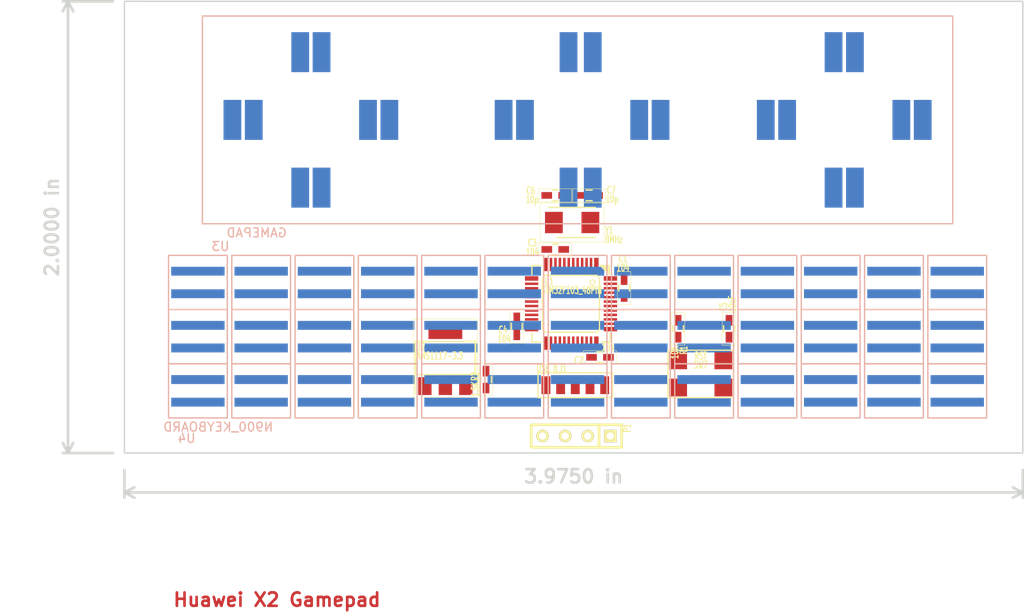
<source format=kicad_pcb>
(kicad_pcb (version 3) (host pcbnew "(22-Jun-2014 BZR 4027)-stable")

  (general
    (links 66)
    (no_connects 66)
    (area 283.388999 238.176999 403.935001 263.727001)
    (thickness 1.6)
    (drawings 9)
    (tracks 0)
    (zones 0)
    (modules 17)
    (nets 39)
  )

  (page A3)
  (layers
    (15 F.Cu signal)
    (0 B.Cu signal)
    (16 B.Adhes user)
    (17 F.Adhes user)
    (18 B.Paste user)
    (19 F.Paste user)
    (20 B.SilkS user)
    (21 F.SilkS user)
    (22 B.Mask user)
    (23 F.Mask user)
    (24 Dwgs.User user)
    (25 Cmts.User user)
    (26 Eco1.User user)
    (27 Eco2.User user)
    (28 Edge.Cuts user)
  )

  (setup
    (last_trace_width 0.18)
    (trace_clearance 0.18)
    (zone_clearance 0.18)
    (zone_45_only no)
    (trace_min 0.18)
    (segment_width 0.2)
    (edge_width 0.15)
    (via_size 0.6)
    (via_drill 0.4)
    (via_min_size 0.6)
    (via_min_drill 0.4)
    (uvia_size 0.6)
    (uvia_drill 0.4)
    (uvias_allowed no)
    (uvia_min_size 0.6)
    (uvia_min_drill 0.4)
    (pcb_text_width 0.3)
    (pcb_text_size 1.5 1.5)
    (mod_edge_width 0.15)
    (mod_text_size 1.5 1.5)
    (mod_text_width 0.15)
    (pad_size 2 1)
    (pad_drill 0)
    (pad_to_mask_clearance 0.2)
    (aux_axis_origin 0 0)
    (visible_elements FFFFFFBF)
    (pcbplotparams
      (layerselection 536838145)
      (usegerberextensions true)
      (excludeedgelayer true)
      (linewidth 0.100000)
      (plotframeref false)
      (viasonmask false)
      (mode 1)
      (useauxorigin false)
      (hpglpennumber 1)
      (hpglpenspeed 20)
      (hpglpendiameter 15)
      (hpglpenoverlay 2)
      (psnegative false)
      (psa4output false)
      (plotreference true)
      (plotvalue true)
      (plotothertext true)
      (plotinvisibletext false)
      (padsonsilk false)
      (subtractmaskfromsilk false)
      (outputformat 1)
      (mirror false)
      (drillshape 0)
      (scaleselection 1)
      (outputdirectory gerber_20180503))
  )

  (net 0 "")
  (net 1 +3.3V)
  (net 2 +5V)
  (net 3 A)
  (net 4 B)
  (net 5 C1)
  (net 6 C10)
  (net 7 C11)
  (net 8 C12)
  (net 9 C13)
  (net 10 C2)
  (net 11 C3)
  (net 12 C4)
  (net 13 C5)
  (net 14 C6)
  (net 15 C7)
  (net 16 C8)
  (net 17 C9)
  (net 18 DOWN)
  (net 19 GND)
  (net 20 L)
  (net 21 LEFT)
  (net 22 R)
  (net 23 R1)
  (net 24 R2)
  (net 25 R3)
  (net 26 RIGHT)
  (net 27 RST)
  (net 28 SELECT)
  (net 29 START)
  (net 30 SWCLK)
  (net 31 SWDIO)
  (net 32 UP)
  (net 33 USB_DM)
  (net 34 USB_DP)
  (net 35 X)
  (net 36 X1)
  (net 37 X2)
  (net 38 Y)

  (net_class Default "This is the default net class."
    (clearance 0.18)
    (trace_width 0.18)
    (via_dia 0.6)
    (via_drill 0.4)
    (uvia_dia 0.6)
    (uvia_drill 0.4)
    (add_net "")
    (add_net +3.3V)
    (add_net +5V)
    (add_net A)
    (add_net B)
    (add_net C1)
    (add_net C10)
    (add_net C11)
    (add_net C12)
    (add_net C13)
    (add_net C2)
    (add_net C3)
    (add_net C4)
    (add_net C5)
    (add_net C6)
    (add_net C7)
    (add_net C8)
    (add_net C9)
    (add_net DOWN)
    (add_net GND)
    (add_net L)
    (add_net LEFT)
    (add_net R)
    (add_net R1)
    (add_net R2)
    (add_net R3)
    (add_net RIGHT)
    (add_net RST)
    (add_net SELECT)
    (add_net START)
    (add_net SWCLK)
    (add_net SWDIO)
    (add_net UP)
    (add_net USB_DM)
    (add_net USB_DP)
    (add_net X)
    (add_net X1)
    (add_net X2)
    (add_net Y)
  )

  (module MyFT_SOT-223 (layer F.Cu) (tedit 5A379D5D) (tstamp 5A376821)
    (at 340.233 250.317 90)
    (descr "module CMS SOT223 4 pins")
    (tags "CMS SOT")
    (path /5A25AF73)
    (attr smd)
    (fp_text reference U2 (at 1.27 -2.794 180) (layer F.SilkS)
      (effects (font (size 0.8 0.5) (thickness 0.125)))
    )
    (fp_text value AMS1117-3.3 (at 0.254 -0.6096 180) (layer F.SilkS)
      (effects (font (size 0.8 0.5) (thickness 0.125)))
    )
    (fp_line (start 1.91 3.41) (end 1.91 2.15) (layer F.SilkS) (width 0.12))
    (fp_line (start 1.91 -3.41) (end 1.91 -2.15) (layer F.SilkS) (width 0.12))
    (fp_line (start 4.4 -3.6) (end -4.4 -3.6) (layer F.SilkS) (width 0.05))
    (fp_line (start 4.4 3.6) (end 4.4 -3.6) (layer F.SilkS) (width 0.05))
    (fp_line (start -4.4 3.6) (end 4.4 3.6) (layer F.SilkS) (width 0.05))
    (fp_line (start -4.4 -3.6) (end -4.4 3.6) (layer F.SilkS) (width 0.05))
    (fp_line (start -1.85 -3.35) (end -1.85 3.35) (layer F.SilkS) (width 0.15))
    (fp_line (start -1.85 3.41) (end 1.91 3.41) (layer F.SilkS) (width 0.12))
    (fp_line (start -1.85 -3.35) (end 1.85 -3.35) (layer F.SilkS) (width 0.15))
    (fp_line (start -4.1 -3.41) (end 1.91 -3.41) (layer F.SilkS) (width 0.12))
    (fp_line (start -1.85 3.35) (end 1.85 3.35) (layer F.SilkS) (width 0.15))
    (fp_line (start 1.85 -3.35) (end 1.85 3.35) (layer F.SilkS) (width 0.15))
    (pad 4 smd rect (at 3.15 0 90) (size 2 3.8)
      (layers F.Cu F.Paste F.Mask)
    )
    (pad 2 smd rect (at -3.15 0 90) (size 2 1.5)
      (layers F.Cu F.Paste F.Mask)
      (net 1 +3.3V)
    )
    (pad 3 smd rect (at -3.15 2.3 90) (size 2 1.5)
      (layers F.Cu F.Paste F.Mask)
      (net 2 +5V)
    )
    (pad 1 smd rect (at -3.15 -2.3 90) (size 2 1.5)
      (layers F.Cu F.Paste F.Mask)
      (net 19 GND)
    )
    (model TO_SOT_Packages_SMD.3dshapes/SOT-223.wrl
      (at (xyz 0 0 0))
      (scale (xyz 0.4 0.4 0.4))
      (rotate (xyz 0 0 90))
    )
  )

  (module MyFT_R_0603 (layer F.Cu) (tedit 5B20FAB3) (tstamp 5A37682D)
    (at 366.395 247.015 90)
    (descr "C 0603 Hand Soldering")
    (tags 0603)
    (path /5A24FAC4)
    (attr smd)
    (fp_text reference R1 (at -2.413 0.635 90) (layer F.SilkS)
      (effects (font (size 0.8 0.5) (thickness 0.125)))
    )
    (fp_text value 10K (at -2.667 -0.381 90) (layer F.SilkS)
      (effects (font (size 0.8 0.5) (thickness 0.125)))
    )
    (fp_line (start -1.85 -0.75) (end 1.85 -0.75) (layer F.SilkS) (width 0.05))
    (fp_line (start -1.85 0.75) (end 1.85 0.75) (layer F.SilkS) (width 0.05))
    (fp_line (start -1.85 -0.75) (end -1.85 0.75) (layer F.SilkS) (width 0.05))
    (fp_line (start 1.85 -0.75) (end 1.85 0.75) (layer F.SilkS) (width 0.05))
    (fp_line (start -0.35 -0.6) (end 0.35 -0.6) (layer F.SilkS) (width 0.15))
    (fp_line (start 0.35 0.6) (end -0.35 0.6) (layer F.SilkS) (width 0.15))
    (pad 1 smd rect (at -0.95 0 90) (size 1.2 0.75)
      (layers F.Cu F.Paste F.Mask)
      (net 1 +3.3V)
    )
    (pad 2 smd rect (at 0.95 0 90) (size 1.2 0.75)
      (layers F.Cu F.Paste F.Mask)
      (net 27 RST)
    )
    (model Capacitors_SMD.3dshapes/C_0603_HandSoldering.wrl
      (at (xyz 0 0 0))
      (scale (xyz 1 1 1))
      (rotate (xyz 0 0 0))
    )
  )

  (module MyFT_Crystal_SMD_5032_2Pads (layer F.Cu) (tedit 5B20FABC) (tstamp 5A3768C3)
    (at 354.4824 235.06176)
    (descr "Ceramic SMD crystal, 5.0x3.2mm, 2 Pads")
    (tags "crystal oscillator quartz SMD SMT 5032")
    (path /5A24FCB2)
    (attr smd)
    (fp_text reference Y1 (at 4.1656 0.90424) (layer F.SilkS)
      (effects (font (size 0.8 0.5) (thickness 0.125)))
    )
    (fp_text value 8MHz (at 4.699 1.905) (layer F.SilkS)
      (effects (font (size 0.8 0.5) (thickness 0.125)))
    )
    (fp_line (start 3.6 2.2) (end 3.6 -2.2) (layer F.SilkS) (width 0.05))
    (fp_line (start -3.6 2.2) (end 3.6 2.2) (layer F.SilkS) (width 0.05))
    (fp_line (start -3.6 -2.2) (end -3.6 2.2) (layer F.SilkS) (width 0.05))
    (fp_line (start 3.6 -2.2) (end -3.6 -2.2) (layer F.SilkS) (width 0.05))
    (fp_line (start 2.6 1.7) (end -1.7 1.7) (layer F.SilkS) (width 0.15))
    (fp_line (start -2.65 -1.7) (end 2.6 -1.7) (layer F.SilkS) (width 0.15))
    (pad 1 smd rect (at -2.05 0) (size 2 2.4)
      (layers F.Cu F.Paste F.Mask)
      (net 37 X2)
    )
    (pad 2 smd rect (at 2.05 0) (size 2 2.4)
      (layers F.Cu F.Paste F.Mask)
      (net 36 X1)
    )
    (model Crystals.3dshapes/Crystal_SMD_5032_2Pads.wrl
      (at (xyz 0 0 0))
      (scale (xyz 0.3937 0.3937 0.3937))
      (rotate (xyz 0 0 0))
    )
  )

  (module MyFT_C_0603 (layer F.Cu) (tedit 5A38F294) (tstamp 5A3768CF)
    (at 356.3874 232.01376 180)
    (descr "0603 Hand Soldering")
    (tags 0603)
    (path /5A24FD58)
    (attr smd)
    (fp_text reference C7 (at -2.4892 0.5842 180) (layer F.SilkS)
      (effects (font (size 0.8 0.5) (thickness 0.125)))
    )
    (fp_text value 10p (at -2.5908 -0.4318 180) (layer F.SilkS)
      (effects (font (size 0.8 0.5) (thickness 0.125)))
    )
    (fp_line (start -1.85 -0.75) (end 1.85 -0.75) (layer F.SilkS) (width 0.05))
    (fp_line (start -1.85 0.75) (end 1.85 0.75) (layer F.SilkS) (width 0.05))
    (fp_line (start -1.85 -0.75) (end -1.85 0.75) (layer F.SilkS) (width 0.05))
    (fp_line (start 1.85 -0.75) (end 1.85 0.75) (layer F.SilkS) (width 0.05))
    (fp_line (start -0.35 -0.6) (end 0.35 -0.6) (layer F.SilkS) (width 0.15))
    (fp_line (start 0.35 0.6) (end -0.35 0.6) (layer F.SilkS) (width 0.15))
    (pad 1 smd rect (at -0.95 0 180) (size 1.2 0.75)
      (layers F.Cu F.Paste F.Mask)
      (net 36 X1)
    )
    (pad 2 smd rect (at 0.95 0 180) (size 1.2 0.75)
      (layers F.Cu F.Paste F.Mask)
      (net 19 GND)
    )
    (model Capacitors_SMD.3dshapes/C_0603_HandSoldering.wrl
      (at (xyz 0 0 0))
      (scale (xyz 1 1 1))
      (rotate (xyz 0 0 0))
    )
  )

  (module MyFT_C_0603 (layer F.Cu) (tedit 5A38F283) (tstamp 5A3768DB)
    (at 352.5774 232.01376)
    (descr "0603 Hand Soldering")
    (tags 0603)
    (path /5A24FD1F)
    (attr smd)
    (fp_text reference C6 (at -2.7432 -0.5334) (layer F.SilkS)
      (effects (font (size 0.8 0.5) (thickness 0.125)))
    )
    (fp_text value 10p (at -2.5908 0.4826) (layer F.SilkS)
      (effects (font (size 0.8 0.5) (thickness 0.125)))
    )
    (fp_line (start -1.85 -0.75) (end 1.85 -0.75) (layer F.SilkS) (width 0.05))
    (fp_line (start -1.85 0.75) (end 1.85 0.75) (layer F.SilkS) (width 0.05))
    (fp_line (start -1.85 -0.75) (end -1.85 0.75) (layer F.SilkS) (width 0.05))
    (fp_line (start 1.85 -0.75) (end 1.85 0.75) (layer F.SilkS) (width 0.05))
    (fp_line (start -0.35 -0.6) (end 0.35 -0.6) (layer F.SilkS) (width 0.15))
    (fp_line (start 0.35 0.6) (end -0.35 0.6) (layer F.SilkS) (width 0.15))
    (pad 1 smd rect (at -0.95 0) (size 1.2 0.75)
      (layers F.Cu F.Paste F.Mask)
      (net 37 X2)
    )
    (pad 2 smd rect (at 0.95 0) (size 1.2 0.75)
      (layers F.Cu F.Paste F.Mask)
      (net 19 GND)
    )
    (model Capacitors_SMD.3dshapes/C_0603_HandSoldering.wrl
      (at (xyz 0 0 0))
      (scale (xyz 1 1 1))
      (rotate (xyz 0 0 0))
    )
  )

  (module MyFT_C_0603 (layer F.Cu) (tedit 5B20FAB5) (tstamp 5A3768E7)
    (at 372.11 247.015 90)
    (descr "0603 Hand Soldering")
    (tags 0603)
    (path /5A24FA7D)
    (attr smd)
    (fp_text reference C5 (at 2.4638 -0.6096 90) (layer F.SilkS)
      (effects (font (size 0.8 0.5) (thickness 0.125)))
    )
    (fp_text value 10uF (at 2.794 0.381 90) (layer F.SilkS)
      (effects (font (size 0.8 0.5) (thickness 0.125)))
    )
    (fp_line (start -1.85 -0.75) (end 1.85 -0.75) (layer F.SilkS) (width 0.05))
    (fp_line (start -1.85 0.75) (end 1.85 0.75) (layer F.SilkS) (width 0.05))
    (fp_line (start -1.85 -0.75) (end -1.85 0.75) (layer F.SilkS) (width 0.05))
    (fp_line (start 1.85 -0.75) (end 1.85 0.75) (layer F.SilkS) (width 0.05))
    (fp_line (start -0.35 -0.6) (end 0.35 -0.6) (layer F.SilkS) (width 0.15))
    (fp_line (start 0.35 0.6) (end -0.35 0.6) (layer F.SilkS) (width 0.15))
    (pad 1 smd rect (at -0.95 0 90) (size 1.2 0.75)
      (layers F.Cu F.Paste F.Mask)
      (net 27 RST)
    )
    (pad 2 smd rect (at 0.95 0 90) (size 1.2 0.75)
      (layers F.Cu F.Paste F.Mask)
      (net 19 GND)
    )
    (model Capacitors_SMD.3dshapes/C_0603_HandSoldering.wrl
      (at (xyz 0 0 0))
      (scale (xyz 1 1 1))
      (rotate (xyz 0 0 0))
    )
  )

  (module MyFT_C_0603 (layer F.Cu) (tedit 5B20FAA8) (tstamp 5A38D633)
    (at 348.2594 246.74576 90)
    (descr "0603 Hand Soldering")
    (tags 0603)
    (path /5A24F80F)
    (attr smd)
    (fp_text reference C4 (at -0.39624 -1.5494 180) (layer F.SilkS)
      (effects (font (size 0.8 0.5) (thickness 0.125)))
    )
    (fp_text value 104 (at -1.41224 -1.4224 180) (layer F.SilkS)
      (effects (font (size 0.8 0.5) (thickness 0.125)))
    )
    (fp_line (start -1.85 -0.75) (end 1.85 -0.75) (layer F.SilkS) (width 0.05))
    (fp_line (start -1.85 0.75) (end 1.85 0.75) (layer F.SilkS) (width 0.05))
    (fp_line (start -1.85 -0.75) (end -1.85 0.75) (layer F.SilkS) (width 0.05))
    (fp_line (start 1.85 -0.75) (end 1.85 0.75) (layer F.SilkS) (width 0.05))
    (fp_line (start -0.35 -0.6) (end 0.35 -0.6) (layer F.SilkS) (width 0.15))
    (fp_line (start 0.35 0.6) (end -0.35 0.6) (layer F.SilkS) (width 0.15))
    (pad 1 smd rect (at -0.95 0 90) (size 1.2 0.75)
      (layers F.Cu F.Paste F.Mask)
      (net 1 +3.3V)
    )
    (pad 2 smd rect (at 0.95 0 90) (size 1.2 0.75)
      (layers F.Cu F.Paste F.Mask)
      (net 19 GND)
    )
    (model Capacitors_SMD.3dshapes/C_0603_HandSoldering.wrl
      (at (xyz 0 0 0))
      (scale (xyz 1 1 1))
      (rotate (xyz 0 0 0))
    )
  )

  (module MyFT_C_0603 (layer F.Cu) (tedit 5B20FAC0) (tstamp 5A3768FF)
    (at 352.58248 238.08944)
    (descr "0603 Hand Soldering")
    (tags 0603)
    (path /5A24F7F2)
    (attr smd)
    (fp_text reference C3 (at -2.57048 -0.72644) (layer F.SilkS)
      (effects (font (size 0.8 0.5) (thickness 0.125)))
    )
    (fp_text value 104 (at -2.57048 0.28956) (layer F.SilkS)
      (effects (font (size 0.8 0.5) (thickness 0.125)))
    )
    (fp_line (start -1.85 -0.75) (end 1.85 -0.75) (layer F.SilkS) (width 0.05))
    (fp_line (start -1.85 0.75) (end 1.85 0.75) (layer F.SilkS) (width 0.05))
    (fp_line (start -1.85 -0.75) (end -1.85 0.75) (layer F.SilkS) (width 0.05))
    (fp_line (start 1.85 -0.75) (end 1.85 0.75) (layer F.SilkS) (width 0.05))
    (fp_line (start -0.35 -0.6) (end 0.35 -0.6) (layer F.SilkS) (width 0.15))
    (fp_line (start 0.35 0.6) (end -0.35 0.6) (layer F.SilkS) (width 0.15))
    (pad 1 smd rect (at -0.95 0) (size 1.2 0.75)
      (layers F.Cu F.Paste F.Mask)
      (net 1 +3.3V)
    )
    (pad 2 smd rect (at 0.95 0) (size 1.2 0.75)
      (layers F.Cu F.Paste F.Mask)
      (net 19 GND)
    )
    (model Capacitors_SMD.3dshapes/C_0603_HandSoldering.wrl
      (at (xyz 0 0 0))
      (scale (xyz 1 1 1))
      (rotate (xyz 0 0 0))
    )
  )

  (module MyFT_C_0603 (layer F.Cu) (tedit 5B20FAAF) (tstamp 5A38D626)
    (at 357.61168 250.22556 180)
    (descr "0603 Hand Soldering")
    (tags 0603)
    (path /5A24F7D7)
    (attr smd)
    (fp_text reference C2 (at 2.39268 -0.34544 180) (layer F.SilkS)
      (effects (font (size 0.8 0.5) (thickness 0.125)))
    )
    (fp_text value 104 (at -0.90932 1.17856 180) (layer F.SilkS)
      (effects (font (size 0.8 0.5) (thickness 0.125)))
    )
    (fp_line (start -1.85 -0.75) (end 1.85 -0.75) (layer F.SilkS) (width 0.05))
    (fp_line (start -1.85 0.75) (end 1.85 0.75) (layer F.SilkS) (width 0.05))
    (fp_line (start -1.85 -0.75) (end -1.85 0.75) (layer F.SilkS) (width 0.05))
    (fp_line (start 1.85 -0.75) (end 1.85 0.75) (layer F.SilkS) (width 0.05))
    (fp_line (start -0.35 -0.6) (end 0.35 -0.6) (layer F.SilkS) (width 0.15))
    (fp_line (start 0.35 0.6) (end -0.35 0.6) (layer F.SilkS) (width 0.15))
    (pad 1 smd rect (at -0.95 0 180) (size 1.2 0.75)
      (layers F.Cu F.Paste F.Mask)
      (net 1 +3.3V)
    )
    (pad 2 smd rect (at 0.95 0 180) (size 1.2 0.75)
      (layers F.Cu F.Paste F.Mask)
      (net 19 GND)
    )
    (model Capacitors_SMD.3dshapes/C_0603_HandSoldering.wrl
      (at (xyz 0 0 0))
      (scale (xyz 1 1 1))
      (rotate (xyz 0 0 0))
    )
  )

  (module MyFT_C_0603 (layer F.Cu) (tedit 5A38CF90) (tstamp 5A38EDB2)
    (at 360.3244 242.43284 270)
    (descr "0603 Hand Soldering")
    (tags 0603)
    (path /5A24F7A6)
    (attr smd)
    (fp_text reference C1 (at -3.302 0.127 360) (layer F.SilkS)
      (effects (font (size 0.8 0.5) (thickness 0.125)))
    )
    (fp_text value 104 (at -2.286 0.127 360) (layer F.SilkS)
      (effects (font (size 0.8 0.5) (thickness 0.125)))
    )
    (fp_line (start -1.85 -0.75) (end 1.85 -0.75) (layer F.SilkS) (width 0.05))
    (fp_line (start -1.85 0.75) (end 1.85 0.75) (layer F.SilkS) (width 0.05))
    (fp_line (start -1.85 -0.75) (end -1.85 0.75) (layer F.SilkS) (width 0.05))
    (fp_line (start 1.85 -0.75) (end 1.85 0.75) (layer F.SilkS) (width 0.05))
    (fp_line (start -0.35 -0.6) (end 0.35 -0.6) (layer F.SilkS) (width 0.15))
    (fp_line (start 0.35 0.6) (end -0.35 0.6) (layer F.SilkS) (width 0.15))
    (pad 1 smd rect (at -0.95 0 270) (size 1.2 0.75)
      (layers F.Cu F.Paste F.Mask)
      (net 1 +3.3V)
    )
    (pad 2 smd rect (at 0.95 0 270) (size 1.2 0.75)
      (layers F.Cu F.Paste F.Mask)
      (net 19 GND)
    )
    (model Capacitors_SMD.3dshapes/C_0603_HandSoldering.wrl
      (at (xyz 0 0 0))
      (scale (xyz 1 1 1))
      (rotate (xyz 0 0 0))
    )
  )

  (module MyFT_4.5x4.5_SMD (layer F.Cu) (tedit 5A379349) (tstamp 5A377938)
    (at 368.935 252.095)
    (descr 4.5x4.5_SMD)
    (tags 4.5x4.5_SMD)
    (path /5A24FB0F)
    (attr smd)
    (fp_text reference SW7 (at 0 -1.016) (layer F.SilkS)
      (effects (font (size 0.8 0.5) (thickness 0.125)))
    )
    (fp_text value RST (at 0 -2.032) (layer F.SilkS)
      (effects (font (size 0.8 0.5) (thickness 0.125)))
    )
    (fp_line (start -3.683 -2.667) (end 3.683 -2.667) (layer F.SilkS) (width 0.15))
    (fp_line (start 3.683 -2.667) (end 3.683 2.667) (layer F.SilkS) (width 0.15))
    (fp_line (start 3.683 2.667) (end -3.683 2.667) (layer F.SilkS) (width 0.15))
    (fp_line (start -3.683 2.667) (end -3.683 -2.667) (layer F.SilkS) (width 0.15))
    (pad 2 smd rect (at -2.54 1.524) (size 2 2)
      (layers F.Cu F.Paste F.Mask)
      (net 19 GND)
    )
    (pad 1 smd rect (at -2.54 -1.524) (size 2 2)
      (layers F.Cu F.Paste F.Mask)
      (net 27 RST)
    )
    (pad 1 smd rect (at 2.54 -1.524) (size 2 2)
      (layers F.Cu F.Paste F.Mask)
      (net 27 RST)
    )
    (pad 2 smd rect (at 2.54 1.524) (size 2 2)
      (layers F.Cu F.Paste F.Mask)
      (net 19 GND)
    )
    (model Buttons_Switches_SMD.3dshapes/SW_SPST_PTS645.wrl
      (at (xyz 0 0 0))
      (scale (xyz 1 1 1))
      (rotate (xyz 0 0 0))
    )
  )

  (module MyFT_USB_Mini_B_PIN_ONLY (layer F.Cu) (tedit 5A3795F5) (tstamp 5A379893)
    (at 354.965 253.365)
    (descr "USB Mini-B 5-pin SMD connector")
    (tags "USB USB_B USB_Mini connector")
    (path /5A24FF7B)
    (attr smd)
    (fp_text reference J1 (at -1.524 -1.905) (layer F.SilkS)
      (effects (font (size 0.8 0.5) (thickness 0.125)))
    )
    (fp_text value USB_B (at -3.302 -1.905) (layer F.SilkS)
      (effects (font (size 0.8 0.5) (thickness 0.125)))
    )
    (fp_line (start -4.318 -1.397) (end 4.064 -1.397) (layer F.SilkS) (width 0.15))
    (fp_line (start 4.064 -1.397) (end 4.064 1.397) (layer F.SilkS) (width 0.15))
    (fp_line (start 4.064 1.397) (end -4.318 1.397) (layer F.SilkS) (width 0.15))
    (fp_line (start -4.318 1.397) (end -4.318 -1.397) (layer F.SilkS) (width 0.15))
    (pad 1 smd rect (at -3.429 0 90) (size 2 1)
      (layers F.Cu F.Paste F.Mask)
      (net 2 +5V)
    )
    (pad 2 smd rect (at -1.778 0 90) (size 2 1)
      (layers F.Cu F.Paste F.Mask)
      (net 33 USB_DM)
    )
    (pad 3 smd rect (at -0.127 0 90) (size 2 1)
      (layers F.Cu F.Paste F.Mask)
      (net 34 USB_DP)
    )
    (pad 4 smd rect (at 1.524 0 90) (size 2 1)
      (layers F.Cu F.Paste F.Mask)
      (net 19 GND)
    )
    (pad 5 smd rect (at 3.175 0 90) (size 2 1)
      (layers F.Cu F.Paste F.Mask)
      (net 19 GND)
    )
  )

  (module SIL-4 (layer F.Cu) (tedit 5B20FACC) (tstamp 5A38A0E2)
    (at 354.965 259.08 180)
    (descr "Connecteur 4 pibs")
    (tags "CONN DEV")
    (path /5A38A19D)
    (fp_text reference P1 (at -5.715 0.889 270) (layer F.SilkS)
      (effects (font (size 0.8 0.5) (thickness 0.125)))
    )
    (fp_text value CONN_4 (at 0 -2.54 180) (layer F.SilkS) hide
      (effects (font (size 1.524 1.016) (thickness 0.3048)))
    )
    (fp_line (start -5.08 -1.27) (end -5.08 -1.27) (layer F.SilkS) (width 0.3048))
    (fp_line (start -5.08 1.27) (end -5.08 -1.27) (layer F.SilkS) (width 0.3048))
    (fp_line (start -5.08 -1.27) (end -5.08 -1.27) (layer F.SilkS) (width 0.3048))
    (fp_line (start -5.08 -1.27) (end 5.08 -1.27) (layer F.SilkS) (width 0.3048))
    (fp_line (start 5.08 -1.27) (end 5.08 1.27) (layer F.SilkS) (width 0.3048))
    (fp_line (start 5.08 1.27) (end -5.08 1.27) (layer F.SilkS) (width 0.3048))
    (fp_line (start -2.54 1.27) (end -2.54 -1.27) (layer F.SilkS) (width 0.3048))
    (pad 1 thru_hole rect (at -3.81 0 180) (size 1.397 1.397) (drill 0.8128)
      (layers *.Cu *.Mask F.SilkS)
      (net 30 SWCLK)
    )
    (pad 2 thru_hole circle (at -1.27 0 180) (size 1.397 1.397) (drill 0.8128)
      (layers *.Cu *.Mask F.SilkS)
      (net 31 SWDIO)
    )
    (pad 3 thru_hole circle (at 1.27 0 180) (size 1.397 1.397) (drill 0.8128)
      (layers *.Cu *.Mask F.SilkS)
      (net 19 GND)
    )
    (pad 4 thru_hole circle (at 3.81 0 180) (size 1.397 1.397) (drill 0.8128)
      (layers *.Cu *.Mask F.SilkS)
      (net 1 +3.3V)
    )
  )

  (module MyFT_LQFP-48-1EP_7x7mm_Pitch0.5mm (layer F.Cu) (tedit 5AEAD699) (tstamp 5A38D68C)
    (at 354.3554 244.20576 180)
    (descr "LQFP-48 package, 7x7mm, 0.5mm pitch, according to NXP specifications")
    (path /5A24F5A1)
    (clearance 0.1)
    (attr smd)
    (fp_text reference U1 (at 2.4384 2.51968 180) (layer F.SilkS)
      (effects (font (size 0.8 0.5) (thickness 0.125)))
    )
    (fp_text value STM32F103_48PIN (at -0.05588 1.524 180) (layer F.SilkS)
      (effects (font (size 0.8 0.5) (thickness 0.125)))
    )
    (fp_line (start -2.8 3.2) (end -2.9 3.2) (layer F.SilkS) (width 0.15))
    (fp_line (start -2.9 3.2) (end -3.2 2.9) (layer F.SilkS) (width 0.15))
    (fp_line (start -3.2 2.9) (end -3.2 -2.9) (layer F.SilkS) (width 0.15))
    (fp_line (start -3.2 -2.9) (end -2.9 -3.2) (layer F.SilkS) (width 0.15))
    (fp_line (start -2.9 -3.2) (end 2.9 -3.2) (layer F.SilkS) (width 0.15))
    (fp_line (start 2.9 -3.2) (end 3.2 -2.9) (layer F.SilkS) (width 0.15))
    (fp_line (start 3.2 -2.9) (end 3.2 2.9) (layer F.SilkS) (width 0.15))
    (fp_line (start 3.2 2.9) (end 2.9 3.2) (layer F.SilkS) (width 0.15))
    (fp_line (start 2.9 3.2) (end -2.8 3.2) (layer F.SilkS) (width 0.15))
    (fp_line (start -4.29956 4.0989) (end -4.0989 4.29956) (layer F.SilkS) (width 0.14986))
    (fp_line (start -3.90078 4.29956) (end -4.29956 3.90078) (layer F.SilkS) (width 0.14986))
    (fp_line (start -4.29956 3.70012) (end -3.70012 4.29956) (layer F.SilkS) (width 0.14986))
    (fp_line (start -3.49946 4.29956) (end -4.29956 3.49946) (layer F.SilkS) (width 0.14986))
    (fp_line (start -3.2988 4.29956) (end -4.29956 4.29956) (layer F.SilkS) (width 0.14986))
    (fp_line (start -4.29956 4.29956) (end -4.29956 3.2988) (layer F.SilkS) (width 0.14986))
    (fp_line (start -4.29956 3.2988) (end -3.2988 4.29956) (layer F.SilkS) (width 0.14986))
    (fp_line (start 4.39956 3.2988) (end 4.39956 4.29956) (layer F.SilkS) (width 0.14986))
    (fp_line (start 4.39956 4.29956) (end 3.3988 4.29956) (layer F.SilkS) (width 0.14986))
    (fp_line (start 3.3988 -4.29956) (end 4.39956 -4.29956) (layer F.SilkS) (width 0.14986))
    (fp_line (start 4.39956 -4.29956) (end 4.39956 -3.2988) (layer F.SilkS) (width 0.14986))
    (fp_line (start -4.39956 -3.2988) (end -4.39956 -4.29956) (layer F.SilkS) (width 0.14986))
    (fp_line (start -4.39956 -4.29956) (end -3.3988 -4.29956) (layer F.SilkS) (width 0.14986))
    (fp_circle (center -2.413 2.413) (end -2.667 2.54) (layer F.SilkS) (width 0.127))
    (pad 4 smd rect (at -1.25 4.425 180) (size 0.28 1.5)
      (layers F.Cu F.Paste F.Mask)
      (net 21 LEFT)
    )
    (pad 5 smd rect (at -0.75 4.425 180) (size 0.28 1.5)
      (layers F.Cu F.Paste F.Mask)
      (net 36 X1)
    )
    (pad 6 smd rect (at -0.25 4.425 180) (size 0.28 1.5)
      (layers F.Cu F.Paste F.Mask)
      (net 37 X2)
    )
    (pad 7 smd rect (at 0.25 4.425 180) (size 0.28 1.5)
      (layers F.Cu F.Paste F.Mask)
      (net 27 RST)
    )
    (pad 8 smd rect (at 0.75 4.425 180) (size 0.28 1.5)
      (layers F.Cu F.Paste F.Mask)
      (net 19 GND)
    )
    (pad 1 smd rect (at -2.85 4.425 180) (size 0.5 1.5)
      (layers F.Cu F.Paste F.Mask)
    )
    (pad 2 smd rect (at -2.25 4.425 180) (size 0.28 1.5)
      (layers F.Cu F.Paste F.Mask)
      (net 32 UP)
    )
    (pad 3 smd rect (at -1.75 4.425 180) (size 0.28 1.5)
      (layers F.Cu F.Paste F.Mask)
      (net 18 DOWN)
    )
    (pad 13 smd rect (at 4.425 2.85 270) (size 0.5 1.5)
      (layers F.Cu F.Paste F.Mask)
      (net 35 X)
    )
    (pad 14 smd rect (at 4.425 2.25 270) (size 0.28 1.5)
      (layers F.Cu F.Paste F.Mask)
      (net 38 Y)
    )
    (pad 15 smd rect (at 4.425 1.75 270) (size 0.28 1.5)
      (layers F.Cu F.Paste F.Mask)
      (net 28 SELECT)
    )
    (pad 16 smd rect (at 4.425 1.25 270) (size 0.28 1.5)
      (layers F.Cu F.Paste F.Mask)
      (net 29 START)
    )
    (pad 17 smd rect (at 4.425 0.75 270) (size 0.28 1.5)
      (layers F.Cu F.Paste F.Mask)
      (net 20 L)
    )
    (pad 18 smd rect (at 4.425 0.25 270) (size 0.28 1.5)
      (layers F.Cu F.Paste F.Mask)
      (net 22 R)
    )
    (pad 19 smd rect (at 4.425 -0.25 270) (size 0.28 1.5)
      (layers F.Cu F.Paste F.Mask)
      (net 5 C1)
    )
    (pad 20 smd rect (at 4.425 -0.75 270) (size 0.28 1.5)
      (layers F.Cu F.Paste F.Mask)
      (net 10 C2)
    )
    (pad 25 smd rect (at 2.85 -4.425 180) (size 0.5 1.5)
      (layers F.Cu F.Paste F.Mask)
      (net 13 C5)
    )
    (pad 26 smd rect (at 2.25 -4.425 180) (size 0.28 1.5)
      (layers F.Cu F.Paste F.Mask)
      (net 14 C6)
    )
    (pad 27 smd rect (at 1.75 -4.425 180) (size 0.28 1.5)
      (layers F.Cu F.Paste F.Mask)
      (net 15 C7)
    )
    (pad 28 smd rect (at 1.25 -4.425 180) (size 0.28 1.5)
      (layers F.Cu F.Paste F.Mask)
      (net 16 C8)
    )
    (pad 29 smd rect (at 0.75 -4.425 180) (size 0.28 1.5)
      (layers F.Cu F.Paste F.Mask)
      (net 17 C9)
    )
    (pad 30 smd rect (at 0.25 -4.425 180) (size 0.28 1.5)
      (layers F.Cu F.Paste F.Mask)
      (net 6 C10)
    )
    (pad 31 smd rect (at -0.25 -4.425 180) (size 0.28 1.5)
      (layers F.Cu F.Paste F.Mask)
      (net 7 C11)
    )
    (pad 32 smd rect (at -0.75 -4.425 180) (size 0.28 1.5)
      (layers F.Cu F.Paste F.Mask)
      (net 33 USB_DM)
    )
    (pad 37 smd rect (at -4.425 -2.85 270) (size 0.5 1.5)
      (layers F.Cu F.Paste F.Mask)
      (net 30 SWCLK)
    )
    (pad 38 smd rect (at -4.425 -2.25 270) (size 0.28 1.5)
      (layers F.Cu F.Paste F.Mask)
      (net 8 C12)
    )
    (pad 39 smd rect (at -4.425 -1.75 270) (size 0.28 1.5)
      (layers F.Cu F.Paste F.Mask)
      (net 9 C13)
    )
    (pad 40 smd rect (at -4.425 -1.25 270) (size 0.28 1.5)
      (layers F.Cu F.Paste F.Mask)
      (net 23 R1)
    )
    (pad 41 smd rect (at -4.425 -0.75 270) (size 0.28 1.5)
      (layers F.Cu F.Paste F.Mask)
      (net 24 R2)
    )
    (pad 42 smd rect (at -4.425 -0.25 270) (size 0.28 1.5)
      (layers F.Cu F.Paste F.Mask)
      (net 25 R3)
    )
    (pad 43 smd rect (at -4.425 0.25 270) (size 0.28 1.5)
      (layers F.Cu F.Paste F.Mask)
    )
    (pad 44 smd rect (at -4.425 0.75 270) (size 0.28 1.5)
      (layers F.Cu F.Paste F.Mask)
      (net 19 GND)
    )
    (pad 9 smd rect (at 1.25 4.425 180) (size 0.28 1.5)
      (layers F.Cu F.Paste F.Mask)
      (net 1 +3.3V)
    )
    (pad 10 smd rect (at 1.75 4.425 180) (size 0.28 1.5)
      (layers F.Cu F.Paste F.Mask)
      (net 26 RIGHT)
    )
    (pad 11 smd rect (at 2.25 4.425 180) (size 0.28 1.5)
      (layers F.Cu F.Paste F.Mask)
      (net 3 A)
    )
    (pad 12 smd rect (at 2.85 4.425 180) (size 0.5 1.5)
      (layers F.Cu F.Paste F.Mask)
      (net 4 B)
    )
    (pad 21 smd rect (at 4.425 -1.25 270) (size 0.28 1.5)
      (layers F.Cu F.Paste F.Mask)
      (net 11 C3)
    )
    (pad 22 smd rect (at 4.425 -1.75 270) (size 0.28 1.5)
      (layers F.Cu F.Paste F.Mask)
      (net 12 C4)
    )
    (pad 23 smd rect (at 4.425 -2.25 270) (size 0.28 1.5)
      (layers F.Cu F.Paste F.Mask)
      (net 19 GND)
    )
    (pad 24 smd rect (at 4.425 -2.85 270) (size 0.5 1.5)
      (layers F.Cu F.Paste F.Mask)
      (net 1 +3.3V)
    )
    (pad 33 smd rect (at -1.25 -4.425 180) (size 0.28 1.5)
      (layers F.Cu F.Paste F.Mask)
      (net 34 USB_DP)
    )
    (pad 34 smd rect (at -1.75 -4.425 180) (size 0.28 1.5)
      (layers F.Cu F.Paste F.Mask)
      (net 31 SWDIO)
    )
    (pad 35 smd rect (at -2.25 -4.425 180) (size 0.28 1.5)
      (layers F.Cu F.Paste F.Mask)
      (net 19 GND)
    )
    (pad 36 smd rect (at -2.85 -4.425 180) (size 0.5 1.5)
      (layers F.Cu F.Paste F.Mask)
      (net 1 +3.3V)
    )
    (pad 45 smd rect (at -4.425 1.25 270) (size 0.28 1.5)
      (layers F.Cu F.Paste F.Mask)
    )
    (pad 46 smd rect (at -4.425 1.75 270) (size 0.28 1.5)
      (layers F.Cu F.Paste F.Mask)
    )
    (pad 47 smd rect (at -4.425 2.25 270) (size 0.28 1.5)
      (layers F.Cu F.Paste F.Mask)
      (net 19 GND)
    )
    (pad 48 smd rect (at -4.425 2.85 270) (size 0.5 1.5)
      (layers F.Cu F.Paste F.Mask)
      (net 1 +3.3V)
    )
    (model smd/smd_lqfp/lqfp-48.wrl
      (at (xyz 0 0 0))
      (scale (xyz 1 1 1))
      (rotate (xyz 0 0 0))
    )
  )

  (module MyFT_R_0603 (layer F.Cu) (tedit 5A3A2724) (tstamp 5A3A270E)
    (at 344.805 252.73 90)
    (descr "C 0603 Hand Soldering")
    (tags 0603)
    (path /5A3A2831)
    (attr smd)
    (fp_text reference R2 (at 0.3556 -1.2192 90) (layer F.SilkS)
      (effects (font (size 0.8 0.5) (thickness 0.125)))
    )
    (fp_text value 1.5K (at -1.0668 -1.2192 90) (layer F.SilkS)
      (effects (font (size 0.8 0.5) (thickness 0.125)))
    )
    (fp_line (start -1.85 -0.75) (end 1.85 -0.75) (layer F.SilkS) (width 0.05))
    (fp_line (start -1.85 0.75) (end 1.85 0.75) (layer F.SilkS) (width 0.05))
    (fp_line (start -1.85 -0.75) (end -1.85 0.75) (layer F.SilkS) (width 0.05))
    (fp_line (start 1.85 -0.75) (end 1.85 0.75) (layer F.SilkS) (width 0.05))
    (fp_line (start -0.35 -0.6) (end 0.35 -0.6) (layer F.SilkS) (width 0.15))
    (fp_line (start 0.35 0.6) (end -0.35 0.6) (layer F.SilkS) (width 0.15))
    (pad 1 smd rect (at -0.95 0 90) (size 1.2 0.75)
      (layers F.Cu F.Paste F.Mask)
      (net 2 +5V)
    )
    (pad 2 smd rect (at 0.95 0 90) (size 1.2 0.75)
      (layers F.Cu F.Paste F.Mask)
      (net 34 USB_DP)
    )
    (model Capacitors_SMD.3dshapes/C_0603_HandSoldering.wrl
      (at (xyz 0 0 0))
      (scale (xyz 1 1 1))
      (rotate (xyz 0 0 0))
    )
  )

  (module MyFT_N900_Keyboard (layer B.Cu) (tedit 5B22448E) (tstamp 5B224677)
    (at 312.42 255.27)
    (descr "N900 Keyboard")
    (tags "N900 Keyboard")
    (path /5B220D22)
    (fp_text reference U4 (at -1.27 4.064) (layer B.SilkS)
      (effects (font (size 1 1) (thickness 0.15)) (justify mirror))
    )
    (fp_text value N900_KEYBOARD (at 2.286 2.794) (layer B.SilkS)
      (effects (font (size 1 1) (thickness 0.15)) (justify mirror))
    )
    (fp_line (start -3.302 -4.318) (end -3.302 -10.414) (layer B.SilkS) (width 0.15))
    (fp_line (start 3.302 -4.318) (end 3.302 -10.414) (layer B.SilkS) (width 0.15))
    (fp_line (start -3.302 -4.318) (end 3.302 -4.318) (layer B.SilkS) (width 0.15))
    (fp_line (start -3.302 -10.414) (end 3.302 -10.414) (layer B.SilkS) (width 0.15))
    (fp_line (start 3.81 -10.414) (end 10.414 -10.414) (layer B.SilkS) (width 0.15))
    (fp_line (start 3.81 -4.318) (end 10.414 -4.318) (layer B.SilkS) (width 0.15))
    (fp_line (start 10.414 -4.318) (end 10.414 -10.414) (layer B.SilkS) (width 0.15))
    (fp_line (start 3.81 -4.318) (end 3.81 -10.414) (layer B.SilkS) (width 0.15))
    (fp_line (start 18.034 -4.318) (end 18.034 -10.414) (layer B.SilkS) (width 0.15))
    (fp_line (start 24.638 -4.318) (end 24.638 -10.414) (layer B.SilkS) (width 0.15))
    (fp_line (start 18.034 -4.318) (end 24.638 -4.318) (layer B.SilkS) (width 0.15))
    (fp_line (start 18.034 -10.414) (end 24.638 -10.414) (layer B.SilkS) (width 0.15))
    (fp_line (start 10.922 -10.414) (end 17.526 -10.414) (layer B.SilkS) (width 0.15))
    (fp_line (start 10.922 -4.318) (end 17.526 -4.318) (layer B.SilkS) (width 0.15))
    (fp_line (start 17.526 -4.318) (end 17.526 -10.414) (layer B.SilkS) (width 0.15))
    (fp_line (start 10.922 -4.318) (end 10.922 -10.414) (layer B.SilkS) (width 0.15))
    (fp_line (start 39.37 -4.318) (end 39.37 -10.414) (layer B.SilkS) (width 0.15))
    (fp_line (start 45.974 -4.318) (end 45.974 -10.414) (layer B.SilkS) (width 0.15))
    (fp_line (start 39.37 -4.318) (end 45.974 -4.318) (layer B.SilkS) (width 0.15))
    (fp_line (start 39.37 -10.414) (end 45.974 -10.414) (layer B.SilkS) (width 0.15))
    (fp_line (start 46.482 -10.414) (end 53.086 -10.414) (layer B.SilkS) (width 0.15))
    (fp_line (start 46.482 -4.318) (end 53.086 -4.318) (layer B.SilkS) (width 0.15))
    (fp_line (start 53.086 -4.318) (end 53.086 -10.414) (layer B.SilkS) (width 0.15))
    (fp_line (start 46.482 -4.318) (end 46.482 -10.414) (layer B.SilkS) (width 0.15))
    (fp_line (start 32.258 -4.318) (end 32.258 -10.414) (layer B.SilkS) (width 0.15))
    (fp_line (start 38.862 -4.318) (end 38.862 -10.414) (layer B.SilkS) (width 0.15))
    (fp_line (start 32.258 -4.318) (end 38.862 -4.318) (layer B.SilkS) (width 0.15))
    (fp_line (start 32.258 -10.414) (end 38.862 -10.414) (layer B.SilkS) (width 0.15))
    (fp_line (start 25.146 -10.414) (end 31.75 -10.414) (layer B.SilkS) (width 0.15))
    (fp_line (start 25.146 -4.318) (end 31.75 -4.318) (layer B.SilkS) (width 0.15))
    (fp_line (start 31.75 -4.318) (end 31.75 -10.414) (layer B.SilkS) (width 0.15))
    (fp_line (start 25.146 -4.318) (end 25.146 -10.414) (layer B.SilkS) (width 0.15))
    (fp_line (start 60.706 -4.318) (end 60.706 -10.414) (layer B.SilkS) (width 0.15))
    (fp_line (start 67.31 -4.318) (end 67.31 -10.414) (layer B.SilkS) (width 0.15))
    (fp_line (start 60.706 -4.318) (end 67.31 -4.318) (layer B.SilkS) (width 0.15))
    (fp_line (start 60.706 -10.414) (end 67.31 -10.414) (layer B.SilkS) (width 0.15))
    (fp_line (start 67.818 -10.414) (end 74.422 -10.414) (layer B.SilkS) (width 0.15))
    (fp_line (start 67.818 -4.318) (end 74.422 -4.318) (layer B.SilkS) (width 0.15))
    (fp_line (start 74.422 -4.318) (end 74.422 -10.414) (layer B.SilkS) (width 0.15))
    (fp_line (start 67.818 -4.318) (end 67.818 -10.414) (layer B.SilkS) (width 0.15))
    (fp_line (start 82.042 -4.318) (end 82.042 -10.414) (layer B.SilkS) (width 0.15))
    (fp_line (start 88.646 -4.318) (end 88.646 -10.414) (layer B.SilkS) (width 0.15))
    (fp_line (start 82.042 -4.318) (end 88.646 -4.318) (layer B.SilkS) (width 0.15))
    (fp_line (start 82.042 -10.414) (end 88.646 -10.414) (layer B.SilkS) (width 0.15))
    (fp_line (start 74.93 -10.414) (end 81.534 -10.414) (layer B.SilkS) (width 0.15))
    (fp_line (start 74.93 -4.318) (end 81.534 -4.318) (layer B.SilkS) (width 0.15))
    (fp_line (start 81.534 -4.318) (end 81.534 -10.414) (layer B.SilkS) (width 0.15))
    (fp_line (start 74.93 -4.318) (end 74.93 -10.414) (layer B.SilkS) (width 0.15))
    (fp_line (start 53.594 -10.414) (end 60.198 -10.414) (layer B.SilkS) (width 0.15))
    (fp_line (start 53.594 -4.318) (end 60.198 -4.318) (layer B.SilkS) (width 0.15))
    (fp_line (start 60.198 -4.318) (end 60.198 -10.414) (layer B.SilkS) (width 0.15))
    (fp_line (start 53.594 -4.318) (end 53.594 -10.414) (layer B.SilkS) (width 0.15))
    (fp_line (start -3.302 -10.414) (end -3.302 -16.51) (layer B.SilkS) (width 0.15))
    (fp_line (start 3.302 -10.414) (end 3.302 -16.51) (layer B.SilkS) (width 0.15))
    (fp_line (start -3.302 -10.414) (end 3.302 -10.414) (layer B.SilkS) (width 0.15))
    (fp_line (start -3.302 -16.51) (end 3.302 -16.51) (layer B.SilkS) (width 0.15))
    (fp_line (start 3.81 -16.51) (end 10.414 -16.51) (layer B.SilkS) (width 0.15))
    (fp_line (start 3.81 -10.414) (end 10.414 -10.414) (layer B.SilkS) (width 0.15))
    (fp_line (start 10.414 -10.414) (end 10.414 -16.51) (layer B.SilkS) (width 0.15))
    (fp_line (start 3.81 -10.414) (end 3.81 -16.51) (layer B.SilkS) (width 0.15))
    (fp_line (start 18.034 -10.414) (end 18.034 -16.51) (layer B.SilkS) (width 0.15))
    (fp_line (start 24.638 -10.414) (end 24.638 -16.51) (layer B.SilkS) (width 0.15))
    (fp_line (start 18.034 -10.414) (end 24.638 -10.414) (layer B.SilkS) (width 0.15))
    (fp_line (start 18.034 -16.51) (end 24.638 -16.51) (layer B.SilkS) (width 0.15))
    (fp_line (start 10.922 -16.51) (end 17.526 -16.51) (layer B.SilkS) (width 0.15))
    (fp_line (start 10.922 -10.414) (end 17.526 -10.414) (layer B.SilkS) (width 0.15))
    (fp_line (start 17.526 -10.414) (end 17.526 -16.51) (layer B.SilkS) (width 0.15))
    (fp_line (start 10.922 -10.414) (end 10.922 -16.51) (layer B.SilkS) (width 0.15))
    (fp_line (start 39.37 -10.414) (end 39.37 -16.51) (layer B.SilkS) (width 0.15))
    (fp_line (start 45.974 -10.414) (end 45.974 -16.51) (layer B.SilkS) (width 0.15))
    (fp_line (start 39.37 -10.414) (end 45.974 -10.414) (layer B.SilkS) (width 0.15))
    (fp_line (start 39.37 -16.51) (end 45.974 -16.51) (layer B.SilkS) (width 0.15))
    (fp_line (start 46.482 -16.51) (end 53.086 -16.51) (layer B.SilkS) (width 0.15))
    (fp_line (start 46.482 -10.414) (end 53.086 -10.414) (layer B.SilkS) (width 0.15))
    (fp_line (start 53.086 -10.414) (end 53.086 -16.51) (layer B.SilkS) (width 0.15))
    (fp_line (start 46.482 -10.414) (end 46.482 -16.51) (layer B.SilkS) (width 0.15))
    (fp_line (start 32.258 -10.414) (end 32.258 -16.51) (layer B.SilkS) (width 0.15))
    (fp_line (start 38.862 -10.414) (end 38.862 -16.51) (layer B.SilkS) (width 0.15))
    (fp_line (start 32.258 -10.414) (end 38.862 -10.414) (layer B.SilkS) (width 0.15))
    (fp_line (start 32.258 -16.51) (end 38.862 -16.51) (layer B.SilkS) (width 0.15))
    (fp_line (start 25.146 -16.51) (end 31.75 -16.51) (layer B.SilkS) (width 0.15))
    (fp_line (start 25.146 -10.414) (end 31.75 -10.414) (layer B.SilkS) (width 0.15))
    (fp_line (start 31.75 -10.414) (end 31.75 -16.51) (layer B.SilkS) (width 0.15))
    (fp_line (start 25.146 -10.414) (end 25.146 -16.51) (layer B.SilkS) (width 0.15))
    (fp_line (start 60.706 -10.414) (end 60.706 -16.51) (layer B.SilkS) (width 0.15))
    (fp_line (start 67.31 -10.414) (end 67.31 -16.51) (layer B.SilkS) (width 0.15))
    (fp_line (start 60.706 -10.414) (end 67.31 -10.414) (layer B.SilkS) (width 0.15))
    (fp_line (start 60.706 -16.51) (end 67.31 -16.51) (layer B.SilkS) (width 0.15))
    (fp_line (start 67.818 -16.51) (end 74.422 -16.51) (layer B.SilkS) (width 0.15))
    (fp_line (start 67.818 -10.414) (end 74.422 -10.414) (layer B.SilkS) (width 0.15))
    (fp_line (start 74.422 -10.414) (end 74.422 -16.51) (layer B.SilkS) (width 0.15))
    (fp_line (start 67.818 -10.414) (end 67.818 -16.51) (layer B.SilkS) (width 0.15))
    (fp_line (start 82.042 -10.414) (end 82.042 -16.51) (layer B.SilkS) (width 0.15))
    (fp_line (start 88.646 -10.414) (end 88.646 -16.51) (layer B.SilkS) (width 0.15))
    (fp_line (start 82.042 -10.414) (end 88.646 -10.414) (layer B.SilkS) (width 0.15))
    (fp_line (start 82.042 -16.51) (end 88.646 -16.51) (layer B.SilkS) (width 0.15))
    (fp_line (start 74.93 -16.51) (end 81.534 -16.51) (layer B.SilkS) (width 0.15))
    (fp_line (start 74.93 -10.414) (end 81.534 -10.414) (layer B.SilkS) (width 0.15))
    (fp_line (start 81.534 -10.414) (end 81.534 -16.51) (layer B.SilkS) (width 0.15))
    (fp_line (start 74.93 -10.414) (end 74.93 -16.51) (layer B.SilkS) (width 0.15))
    (fp_line (start 53.594 -16.51) (end 60.198 -16.51) (layer B.SilkS) (width 0.15))
    (fp_line (start 53.594 -10.414) (end 60.198 -10.414) (layer B.SilkS) (width 0.15))
    (fp_line (start 60.198 -10.414) (end 60.198 -16.51) (layer B.SilkS) (width 0.15))
    (fp_line (start 53.594 -10.414) (end 53.594 -16.51) (layer B.SilkS) (width 0.15))
    (fp_line (start 53.594 1.778) (end 53.594 -4.318) (layer B.SilkS) (width 0.15))
    (fp_line (start 60.198 1.778) (end 60.198 -4.318) (layer B.SilkS) (width 0.15))
    (fp_line (start 53.594 1.778) (end 60.198 1.778) (layer B.SilkS) (width 0.15))
    (fp_line (start 53.594 -4.318) (end 60.198 -4.318) (layer B.SilkS) (width 0.15))
    (fp_line (start 74.93 1.778) (end 74.93 -4.318) (layer B.SilkS) (width 0.15))
    (fp_line (start 81.534 1.778) (end 81.534 -4.318) (layer B.SilkS) (width 0.15))
    (fp_line (start 74.93 1.778) (end 81.534 1.778) (layer B.SilkS) (width 0.15))
    (fp_line (start 74.93 -4.318) (end 81.534 -4.318) (layer B.SilkS) (width 0.15))
    (fp_line (start 82.042 -4.318) (end 88.646 -4.318) (layer B.SilkS) (width 0.15))
    (fp_line (start 82.042 1.778) (end 88.646 1.778) (layer B.SilkS) (width 0.15))
    (fp_line (start 88.646 1.778) (end 88.646 -4.318) (layer B.SilkS) (width 0.15))
    (fp_line (start 82.042 1.778) (end 82.042 -4.318) (layer B.SilkS) (width 0.15))
    (fp_line (start 67.818 1.778) (end 67.818 -4.318) (layer B.SilkS) (width 0.15))
    (fp_line (start 74.422 1.778) (end 74.422 -4.318) (layer B.SilkS) (width 0.15))
    (fp_line (start 67.818 1.778) (end 74.422 1.778) (layer B.SilkS) (width 0.15))
    (fp_line (start 67.818 -4.318) (end 74.422 -4.318) (layer B.SilkS) (width 0.15))
    (fp_line (start 60.706 -4.318) (end 67.31 -4.318) (layer B.SilkS) (width 0.15))
    (fp_line (start 60.706 1.778) (end 67.31 1.778) (layer B.SilkS) (width 0.15))
    (fp_line (start 67.31 1.778) (end 67.31 -4.318) (layer B.SilkS) (width 0.15))
    (fp_line (start 60.706 1.778) (end 60.706 -4.318) (layer B.SilkS) (width 0.15))
    (fp_line (start 25.146 1.778) (end 25.146 -4.318) (layer B.SilkS) (width 0.15))
    (fp_line (start 31.75 1.778) (end 31.75 -4.318) (layer B.SilkS) (width 0.15))
    (fp_line (start 25.146 1.778) (end 31.75 1.778) (layer B.SilkS) (width 0.15))
    (fp_line (start 25.146 -4.318) (end 31.75 -4.318) (layer B.SilkS) (width 0.15))
    (fp_line (start 32.258 -4.318) (end 38.862 -4.318) (layer B.SilkS) (width 0.15))
    (fp_line (start 32.258 1.778) (end 38.862 1.778) (layer B.SilkS) (width 0.15))
    (fp_line (start 38.862 1.778) (end 38.862 -4.318) (layer B.SilkS) (width 0.15))
    (fp_line (start 32.258 1.778) (end 32.258 -4.318) (layer B.SilkS) (width 0.15))
    (fp_line (start 46.482 1.778) (end 46.482 -4.318) (layer B.SilkS) (width 0.15))
    (fp_line (start 53.086 1.778) (end 53.086 -4.318) (layer B.SilkS) (width 0.15))
    (fp_line (start 46.482 1.778) (end 53.086 1.778) (layer B.SilkS) (width 0.15))
    (fp_line (start 46.482 -4.318) (end 53.086 -4.318) (layer B.SilkS) (width 0.15))
    (fp_line (start 39.37 -4.318) (end 45.974 -4.318) (layer B.SilkS) (width 0.15))
    (fp_line (start 39.37 1.778) (end 45.974 1.778) (layer B.SilkS) (width 0.15))
    (fp_line (start 45.974 1.778) (end 45.974 -4.318) (layer B.SilkS) (width 0.15))
    (fp_line (start 39.37 1.778) (end 39.37 -4.318) (layer B.SilkS) (width 0.15))
    (fp_line (start 10.922 1.778) (end 10.922 -4.318) (layer B.SilkS) (width 0.15))
    (fp_line (start 17.526 1.778) (end 17.526 -4.318) (layer B.SilkS) (width 0.15))
    (fp_line (start 10.922 1.778) (end 17.526 1.778) (layer B.SilkS) (width 0.15))
    (fp_line (start 10.922 -4.318) (end 17.526 -4.318) (layer B.SilkS) (width 0.15))
    (fp_line (start 18.034 -4.318) (end 24.638 -4.318) (layer B.SilkS) (width 0.15))
    (fp_line (start 18.034 1.778) (end 24.638 1.778) (layer B.SilkS) (width 0.15))
    (fp_line (start 24.638 1.778) (end 24.638 -4.318) (layer B.SilkS) (width 0.15))
    (fp_line (start 18.034 1.778) (end 18.034 -4.318) (layer B.SilkS) (width 0.15))
    (fp_line (start 3.81 1.778) (end 3.81 -4.318) (layer B.SilkS) (width 0.15))
    (fp_line (start 10.414 1.778) (end 10.414 -4.318) (layer B.SilkS) (width 0.15))
    (fp_line (start 3.81 1.778) (end 10.414 1.778) (layer B.SilkS) (width 0.15))
    (fp_line (start 3.81 -4.318) (end 10.414 -4.318) (layer B.SilkS) (width 0.15))
    (fp_line (start -3.302 -4.318) (end 3.302 -4.318) (layer B.SilkS) (width 0.15))
    (fp_line (start -3.302 1.778) (end 3.302 1.778) (layer B.SilkS) (width 0.15))
    (fp_line (start 3.302 1.778) (end 3.302 -4.318) (layer B.SilkS) (width 0.15))
    (fp_line (start -3.302 1.778) (end -3.302 -4.318) (layer B.SilkS) (width 0.15))
    (pad C1 smd rect (at 0 -6.096) (size 6 1)
      (layers B.Cu B.Paste B.Mask)
    )
    (pad R2 smd rect (at 0 -8.636) (size 6 1)
      (layers B.Cu B.Paste B.Mask)
    )
    (pad R2 smd rect (at 7.112 -8.636) (size 6 1)
      (layers B.Cu B.Paste B.Mask)
    )
    (pad C2 smd rect (at 7.112 -6.096) (size 6 1)
      (layers B.Cu B.Paste B.Mask)
    )
    (pad C4 smd rect (at 21.336 -6.096) (size 6 1)
      (layers B.Cu B.Paste B.Mask)
    )
    (pad R2 smd rect (at 21.336 -8.636) (size 6 1)
      (layers B.Cu B.Paste B.Mask)
    )
    (pad R2 smd rect (at 14.224 -8.636) (size 6 1)
      (layers B.Cu B.Paste B.Mask)
    )
    (pad C3 smd rect (at 14.224 -6.096) (size 6 1)
      (layers B.Cu B.Paste B.Mask)
    )
    (pad C7 smd rect (at 42.672 -6.096) (size 6 1)
      (layers B.Cu B.Paste B.Mask)
    )
    (pad R2 smd rect (at 42.672 -8.636) (size 6 1)
      (layers B.Cu B.Paste B.Mask)
    )
    (pad R2 smd rect (at 49.784 -8.636) (size 6 1)
      (layers B.Cu B.Paste B.Mask)
    )
    (pad C8 smd rect (at 49.784 -6.096) (size 6 1)
      (layers B.Cu B.Paste B.Mask)
    )
    (pad C6 smd rect (at 35.56 -6.096) (size 6 1)
      (layers B.Cu B.Paste B.Mask)
    )
    (pad R2 smd rect (at 35.56 -8.636) (size 6 1)
      (layers B.Cu B.Paste B.Mask)
    )
    (pad R2 smd rect (at 28.448 -8.636) (size 6 1)
      (layers B.Cu B.Paste B.Mask)
    )
    (pad C5 smd rect (at 28.448 -6.096) (size 6 1)
      (layers B.Cu B.Paste B.Mask)
    )
    (pad C10 smd rect (at 64.008 -6.096) (size 6 1)
      (layers B.Cu B.Paste B.Mask)
    )
    (pad R2 smd rect (at 64.008 -8.636) (size 6 1)
      (layers B.Cu B.Paste B.Mask)
    )
    (pad R2 smd rect (at 71.12 -8.636) (size 6 1)
      (layers B.Cu B.Paste B.Mask)
    )
    (pad C11 smd rect (at 71.12 -6.096) (size 6 1)
      (layers B.Cu B.Paste B.Mask)
    )
    (pad C13 smd rect (at 85.344 -6.096) (size 6 1)
      (layers B.Cu B.Paste B.Mask)
    )
    (pad R2 smd rect (at 85.344 -8.636) (size 6 1)
      (layers B.Cu B.Paste B.Mask)
    )
    (pad R2 smd rect (at 78.232 -8.636) (size 6 1)
      (layers B.Cu B.Paste B.Mask)
    )
    (pad C12 smd rect (at 78.232 -6.096) (size 6 1)
      (layers B.Cu B.Paste B.Mask)
    )
    (pad R2 smd rect (at 56.896 -8.636) (size 6 1)
      (layers B.Cu B.Paste B.Mask)
    )
    (pad C9 smd rect (at 56.896 -6.096) (size 6 1)
      (layers B.Cu B.Paste B.Mask)
    )
    (pad C1 smd rect (at 0 -12.192) (size 6 1)
      (layers B.Cu B.Paste B.Mask)
    )
    (pad R3 smd rect (at 0 -14.732) (size 6 1)
      (layers B.Cu B.Paste B.Mask)
    )
    (pad R3 smd rect (at 7.112 -14.732) (size 6 1)
      (layers B.Cu B.Paste B.Mask)
    )
    (pad C2 smd rect (at 7.112 -12.192) (size 6 1)
      (layers B.Cu B.Paste B.Mask)
    )
    (pad C4 smd rect (at 21.336 -12.192) (size 6 1)
      (layers B.Cu B.Paste B.Mask)
    )
    (pad R3 smd rect (at 21.336 -14.732) (size 6 1)
      (layers B.Cu B.Paste B.Mask)
    )
    (pad R3 smd rect (at 14.224 -14.732) (size 6 1)
      (layers B.Cu B.Paste B.Mask)
    )
    (pad C3 smd rect (at 14.224 -12.192) (size 6 1)
      (layers B.Cu B.Paste B.Mask)
    )
    (pad C7 smd rect (at 42.672 -12.192) (size 6 1)
      (layers B.Cu B.Paste B.Mask)
    )
    (pad R3 smd rect (at 42.672 -14.732) (size 6 1)
      (layers B.Cu B.Paste B.Mask)
    )
    (pad R3 smd rect (at 71.12 -14.732) (size 6 1)
      (layers B.Cu B.Paste B.Mask)
    )
    (pad C8 smd rect (at 49.784 -12.192) (size 6 1)
      (layers B.Cu B.Paste B.Mask)
    )
    (pad C6 smd rect (at 35.56 -12.192) (size 6 1)
      (layers B.Cu B.Paste B.Mask)
    )
    (pad R3 smd rect (at 35.56 -14.732) (size 6 1)
      (layers B.Cu B.Paste B.Mask)
    )
    (pad R3 smd rect (at 28.448 -14.732) (size 6 1)
      (layers B.Cu B.Paste B.Mask)
    )
    (pad C5 smd rect (at 28.448 -12.192) (size 6 1)
      (layers B.Cu B.Paste B.Mask)
    )
    (pad C10 smd rect (at 64.008 -12.192) (size 6 1)
      (layers B.Cu B.Paste B.Mask)
    )
    (pad R3 smd rect (at 64.008 -14.732) (size 6 1)
      (layers B.Cu B.Paste B.Mask)
    )
    (pad R3 smd rect (at 78.232 -14.732) (size 6 1)
      (layers B.Cu B.Paste B.Mask)
    )
    (pad C11 smd rect (at 71.12 -12.192) (size 6 1)
      (layers B.Cu B.Paste B.Mask)
    )
    (pad C13 smd rect (at 85.344 -12.192) (size 6 1)
      (layers B.Cu B.Paste B.Mask)
    )
    (pad R3 smd rect (at 49.784 -14.732) (size 6 1)
      (layers B.Cu B.Paste B.Mask)
    )
    (pad R3 smd rect (at 85.344 -14.732) (size 6 1)
      (layers B.Cu B.Paste B.Mask)
    )
    (pad C12 smd rect (at 78.232 -12.192) (size 6 1)
      (layers B.Cu B.Paste B.Mask)
    )
    (pad R3 smd rect (at 56.896 -14.732) (size 6 1)
      (layers B.Cu B.Paste B.Mask)
    )
    (pad C9 smd rect (at 56.896 -12.192) (size 6 1)
      (layers B.Cu B.Paste B.Mask)
    )
    (pad C9 smd rect (at 56.896 0) (size 6 1)
      (layers B.Cu B.Paste B.Mask)
    )
    (pad R1 smd rect (at 56.896 -2.54) (size 6 1)
      (layers B.Cu B.Paste B.Mask)
    )
    (pad C12 smd rect (at 78.232 0) (size 6 1)
      (layers B.Cu B.Paste B.Mask)
    )
    (pad R1 smd rect (at 78.232 -2.54) (size 6 1)
      (layers B.Cu B.Paste B.Mask)
    )
    (pad R1 smd rect (at 85.344 -2.54) (size 6 1)
      (layers B.Cu B.Paste B.Mask)
    )
    (pad C13 smd rect (at 85.344 0) (size 6 1)
      (layers B.Cu B.Paste B.Mask)
    )
    (pad C11 smd rect (at 71.12 0) (size 6 1)
      (layers B.Cu B.Paste B.Mask)
    )
    (pad R1 smd rect (at 71.12 -2.54) (size 6 1)
      (layers B.Cu B.Paste B.Mask)
    )
    (pad R1 smd rect (at 64.008 -2.54) (size 6 1)
      (layers B.Cu B.Paste B.Mask)
    )
    (pad C10 smd rect (at 64.008 0) (size 6 1)
      (layers B.Cu B.Paste B.Mask)
    )
    (pad C5 smd rect (at 28.448 0) (size 6 1)
      (layers B.Cu B.Paste B.Mask)
    )
    (pad R1 smd rect (at 28.448 -2.54) (size 6 1)
      (layers B.Cu B.Paste B.Mask)
    )
    (pad R1 smd rect (at 35.56 -2.54) (size 6 1)
      (layers B.Cu B.Paste B.Mask)
    )
    (pad C6 smd rect (at 35.56 0) (size 6 1)
      (layers B.Cu B.Paste B.Mask)
    )
    (pad C8 smd rect (at 49.784 0) (size 6 1)
      (layers B.Cu B.Paste B.Mask)
    )
    (pad R1 smd rect (at 49.784 -2.54) (size 6 1)
      (layers B.Cu B.Paste B.Mask)
    )
    (pad R1 smd rect (at 42.672 -2.54) (size 6 1)
      (layers B.Cu B.Paste B.Mask)
    )
    (pad C7 smd rect (at 42.672 0) (size 6 1)
      (layers B.Cu B.Paste B.Mask)
    )
    (pad C3 smd rect (at 14.224 0) (size 6 1)
      (layers B.Cu B.Paste B.Mask)
    )
    (pad R1 smd rect (at 14.224 -2.54) (size 6 1)
      (layers B.Cu B.Paste B.Mask)
    )
    (pad R1 smd rect (at 21.336 -2.54) (size 6 1)
      (layers B.Cu B.Paste B.Mask)
    )
    (pad C4 smd rect (at 21.336 0) (size 6 1)
      (layers B.Cu B.Paste B.Mask)
    )
    (pad C2 smd rect (at 7.112 0) (size 6 1)
      (layers B.Cu B.Paste B.Mask)
    )
    (pad R1 smd rect (at 7.112 -2.54) (size 6 1)
      (layers B.Cu B.Paste B.Mask)
    )
    (pad R1 smd rect (at 0 -2.54) (size 6 1)
      (layers B.Cu B.Paste B.Mask)
    )
    (pad C1 smd rect (at 0 0) (size 6 1)
      (layers B.Cu B.Paste B.Mask)
    )
  )

  (module MyFT_GamePad_For_X2 (layer B.Cu) (tedit 5B224530) (tstamp 5B224697)
    (at 325.12 231.14)
    (descr "GamePad For X2")
    (tags "GamePad For X2")
    (path /5B220D04)
    (fp_text reference U3 (at -10.16 6.604) (layer B.SilkS)
      (effects (font (size 1 1) (thickness 0.15)) (justify mirror))
    )
    (fp_text value GAMEPAD (at -6.096 5.08) (layer B.SilkS)
      (effects (font (size 1 1) (thickness 0.15)) (justify mirror))
    )
    (fp_line (start -12.192 4.064) (end -12.192 -19.304) (layer B.SilkS) (width 0.15))
    (fp_line (start -12.192 -19.304) (end 72.136 -19.304) (layer B.SilkS) (width 0.15))
    (fp_line (start 72.136 -19.304) (end 72.136 4.064) (layer B.SilkS) (width 0.15))
    (fp_line (start 72.136 4.064) (end -12.192 4.064) (layer B.SilkS) (width 0.15))
    (pad 12 smd rect (at 36.9 -7.62) (size 2 4.5)
      (layers B.Cu B.Paste B.Mask)
      (net 22 R)
    )
    (pad 13 smd rect (at 39.3 -7.62) (size 2 4.5)
      (layers B.Cu B.Paste B.Mask)
      (net 19 GND)
    )
    (pad 13 smd rect (at 24.06 -7.62) (size 2 4.5)
      (layers B.Cu B.Paste B.Mask)
      (net 19 GND)
    )
    (pad 11 smd rect (at 21.66 -7.62) (size 2 4.5)
      (layers B.Cu B.Paste B.Mask)
      (net 20 L)
    )
    (pad 10 smd rect (at 28.956 -15.24) (size 2 4.5)
      (layers B.Cu B.Paste B.Mask)
      (net 29 START)
    )
    (pad 13 smd rect (at 31.68 -15.24) (size 2 4.5)
      (layers B.Cu B.Paste B.Mask)
      (net 19 GND)
    )
    (pad 13 smd rect (at 31.68 0) (size 2 4.5)
      (layers B.Cu B.Paste B.Mask)
      (net 19 GND)
    )
    (pad 9 smd rect (at 28.956 0) (size 2 4.5)
      (layers B.Cu B.Paste B.Mask)
      (net 28 SELECT)
    )
    (pad 7 smd rect (at 58.744 0) (size 2 4.5)
      (layers B.Cu B.Paste B.Mask)
      (net 35 X)
    )
    (pad 13 smd rect (at 61.144 0) (size 2 4.5)
      (layers B.Cu B.Paste B.Mask)
      (net 19 GND)
    )
    (pad 13 smd rect (at 61.144 -15.24) (size 2 4.5)
      (layers B.Cu B.Paste B.Mask)
      (net 19 GND)
    )
    (pad 6 smd rect (at 58.744 -15.24) (size 2 4.5)
      (layers B.Cu B.Paste B.Mask)
      (net 4 B)
    )
    (pad 8 smd rect (at 51.124 -7.62) (size 2 4.5)
      (layers B.Cu B.Paste B.Mask)
      (net 38 Y)
    )
    (pad 13 smd rect (at 53.524 -7.62) (size 2 4.5)
      (layers B.Cu B.Paste B.Mask)
      (net 19 GND)
    )
    (pad 13 smd rect (at 68.764 -7.62) (size 2 4.5)
      (layers B.Cu B.Paste B.Mask)
      (net 19 GND)
    )
    (pad 5 smd rect (at 66.364 -7.62) (size 2 4.5)
      (layers B.Cu B.Paste B.Mask)
      (net 3 A)
    )
    (pad 4 smd rect (at 6.42 -7.62) (size 2 4.5)
      (layers B.Cu B.Paste B.Mask)
      (net 26 RIGHT)
    )
    (pad 13 smd rect (at 8.82 -7.62) (size 2 4.5)
      (layers B.Cu B.Paste B.Mask)
      (net 19 GND)
    )
    (pad 13 smd rect (at -6.42 -7.62) (size 2 4.5)
      (layers B.Cu B.Paste B.Mask)
      (net 19 GND)
    )
    (pad 3 smd rect (at -8.82 -7.62) (size 2 4.5)
      (layers B.Cu B.Paste B.Mask)
      (net 21 LEFT)
    )
    (pad 2 smd rect (at -1.2 -15.24) (size 2 4.5)
      (layers B.Cu B.Paste B.Mask)
      (net 18 DOWN)
    )
    (pad 13 smd rect (at 1.2 -15.24) (size 2 4.5)
      (layers B.Cu B.Paste B.Mask)
      (net 19 GND)
    )
    (pad 13 smd rect (at 1.2 0) (size 2 4.5)
      (layers B.Cu B.Paste B.Mask)
      (net 19 GND)
    )
    (pad 1 smd rect (at -1.2 0) (size 2 4.5)
      (layers B.Cu B.Paste B.Mask)
      (net 32 UP)
    )
  )

  (dimension 100.965 (width 0.3) (layer Edge.Cuts)
    (gr_text "100.965 mm" (at 354.6475 266.779999) (layer Edge.Cuts)
      (effects (font (size 1.5 1.5) (thickness 0.3)))
    )
    (feature1 (pts (xy 405.13 262.89) (xy 405.13 268.129999)))
    (feature2 (pts (xy 304.165 262.89) (xy 304.165 268.129999)))
    (crossbar (pts (xy 304.165 265.429999) (xy 405.13 265.429999)))
    (arrow1a (pts (xy 405.13 265.429999) (xy 404.003497 266.016419)))
    (arrow1b (pts (xy 405.13 265.429999) (xy 404.003497 264.843579)))
    (arrow2a (pts (xy 304.165 265.429999) (xy 305.291503 266.016419)))
    (arrow2b (pts (xy 304.165 265.429999) (xy 305.291503 264.843579)))
  )
  (dimension 50.8 (width 0.3) (layer Edge.Cuts)
    (gr_text "50.800 mm" (at 296.465001 235.585 270) (layer Edge.Cuts)
      (effects (font (size 1.5 1.5) (thickness 0.3)))
    )
    (feature1 (pts (xy 302.895 260.985) (xy 295.115001 260.985)))
    (feature2 (pts (xy 302.895 210.185) (xy 295.115001 210.185)))
    (crossbar (pts (xy 297.815001 210.185) (xy 297.815001 260.985)))
    (arrow1a (pts (xy 297.815001 260.985) (xy 297.228581 259.858497)))
    (arrow1b (pts (xy 297.815001 260.985) (xy 298.401421 259.858497)))
    (arrow2a (pts (xy 297.815001 210.185) (xy 297.228581 211.311503)))
    (arrow2b (pts (xy 297.815001 210.185) (xy 298.401421 211.311503)))
  )
  (gr_line (start 304.165 210.185) (end 304.165 260.985) (angle 90) (layer Edge.Cuts) (width 0.15))
  (gr_line (start 304.8 210.185) (end 304.165 210.185) (angle 90) (layer Edge.Cuts) (width 0.15))
  (gr_line (start 305.435 210.185) (end 304.8 210.185) (angle 90) (layer Edge.Cuts) (width 0.15))
  (gr_line (start 405.13 210.185) (end 305.435 210.185) (angle 90) (layer Edge.Cuts) (width 0.15))
  (gr_line (start 405.13 260.985) (end 405.13 210.185) (angle 90) (layer Edge.Cuts) (width 0.15))
  (gr_line (start 304.165 260.985) (end 405.13 260.985) (angle 90) (layer Edge.Cuts) (width 0.15))
  (gr_text "Huawei X2 Gamepad" (at 321.31 277.495) (layer F.Cu)
    (effects (font (size 1.5 1.5) (thickness 0.3)))
  )

)

</source>
